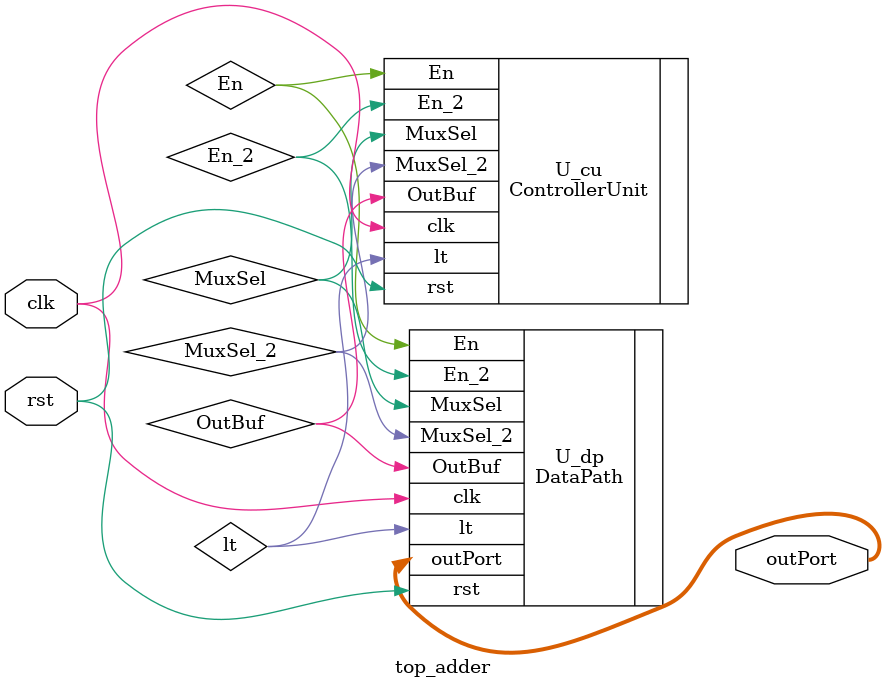
<source format=sv>
`timescale 1ns / 1ps


module top_adder(
    input logic clk,
    input logic rst,
    output logic [7:0] outPort
    );

    logic MuxSel,En,lt,OutBuf ,MuxSel_2, En_2;

    ControllerUnit U_cu(
    .clk(clk),
    .rst(rst),
    .MuxSel(MuxSel),
    .MuxSel_2(MuxSel_2),
    .En(En),
    .En_2(En_2),
    .lt(lt),
    .OutBuf(OutBuf)
    );


    DataPath U_dp(
    .clk(clk),
    .rst(rst),
    .MuxSel(MuxSel),
    .MuxSel_2(MuxSel_2),
    .En(En),
    .En_2(En_2),
    .lt(lt),
    .OutBuf(OutBuf),
    .outPort(outPort)
    );
endmodule
</source>
